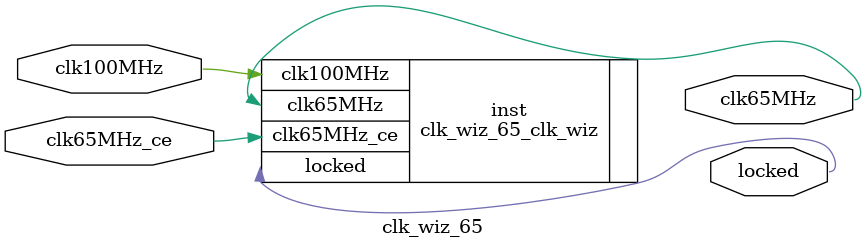
<source format=v>


`timescale 1ps/1ps

(* CORE_GENERATION_INFO = "clk_wiz_65,clk_wiz_v6_0_9_0_0,{component_name=clk_wiz_65,use_phase_alignment=true,use_min_o_jitter=false,use_max_i_jitter=false,use_dyn_phase_shift=false,use_inclk_switchover=false,use_dyn_reconfig=false,enable_axi=0,feedback_source=FDBK_AUTO,PRIMITIVE=MMCM,num_out_clk=1,clkin1_period=10.000,clkin2_period=10.000,use_power_down=false,use_reset=false,use_locked=true,use_inclk_stopped=false,feedback_type=SINGLE,CLOCK_MGR_TYPE=NA,manual_override=false}" *)

module clk_wiz_65 
 (
  // Clock out ports
  input         clk65MHz_ce,
  output        clk65MHz,
  // Status and control signals
  output        locked,
 // Clock in ports
  input         clk100MHz
 );

  clk_wiz_65_clk_wiz inst
  (
  // Clock out ports  
  .clk65MHz_ce(clk65MHz_ce),
  .clk65MHz(clk65MHz),
  // Status and control signals               
  .locked(locked),
 // Clock in ports
  .clk100MHz(clk100MHz)
  );

endmodule

</source>
